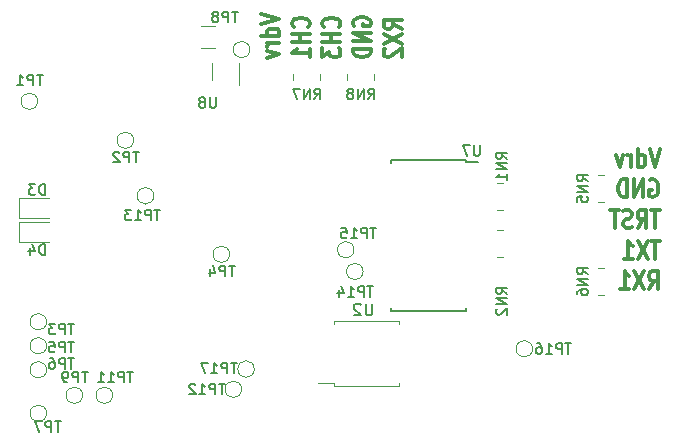
<source format=gbr>
%TF.GenerationSoftware,KiCad,Pcbnew,(5.1.5)-3*%
%TF.CreationDate,2020-04-26T22:01:22+08:00*%
%TF.ProjectId,vllink_highspeed.r1,766c6c69-6e6b-45f6-9869-676873706565,rev?*%
%TF.SameCoordinates,Original*%
%TF.FileFunction,Legend,Bot*%
%TF.FilePolarity,Positive*%
%FSLAX46Y46*%
G04 Gerber Fmt 4.6, Leading zero omitted, Abs format (unit mm)*
G04 Created by KiCad (PCBNEW (5.1.5)-3) date 2020-04-26 22:01:22*
%MOMM*%
%LPD*%
G04 APERTURE LIST*
%ADD10C,0.304800*%
%ADD11C,0.120000*%
%ADD12C,0.150000*%
%ADD13C,0.152400*%
G04 APERTURE END LIST*
D10*
X121999828Y-100325403D02*
X123523828Y-100748737D01*
X121999828Y-101172070D01*
X123523828Y-102139689D02*
X121999828Y-102139689D01*
X123451257Y-102139689D02*
X123523828Y-102018737D01*
X123523828Y-101776832D01*
X123451257Y-101655880D01*
X123378685Y-101595403D01*
X123233542Y-101534927D01*
X122798114Y-101534927D01*
X122652971Y-101595403D01*
X122580400Y-101655880D01*
X122507828Y-101776832D01*
X122507828Y-102018737D01*
X122580400Y-102139689D01*
X123523828Y-102744451D02*
X122507828Y-102744451D01*
X122798114Y-102744451D02*
X122652971Y-102804927D01*
X122580400Y-102865403D01*
X122507828Y-102986356D01*
X122507828Y-103107308D01*
X122507828Y-103409689D02*
X123523828Y-103712070D01*
X122507828Y-104014451D01*
X125969485Y-101413975D02*
X126042057Y-101353499D01*
X126114628Y-101172070D01*
X126114628Y-101051118D01*
X126042057Y-100869689D01*
X125896914Y-100748737D01*
X125751771Y-100688260D01*
X125461485Y-100627784D01*
X125243771Y-100627784D01*
X124953485Y-100688260D01*
X124808342Y-100748737D01*
X124663200Y-100869689D01*
X124590628Y-101051118D01*
X124590628Y-101172070D01*
X124663200Y-101353499D01*
X124735771Y-101413975D01*
X126114628Y-101958260D02*
X124590628Y-101958260D01*
X125316342Y-101958260D02*
X125316342Y-102683975D01*
X126114628Y-102683975D02*
X124590628Y-102683975D01*
X126114628Y-103953975D02*
X126114628Y-103228260D01*
X126114628Y-103591118D02*
X124590628Y-103591118D01*
X124808342Y-103470165D01*
X124953485Y-103349213D01*
X125026057Y-103228260D01*
X128560285Y-101413975D02*
X128632857Y-101353499D01*
X128705428Y-101172070D01*
X128705428Y-101051118D01*
X128632857Y-100869689D01*
X128487714Y-100748737D01*
X128342571Y-100688260D01*
X128052285Y-100627784D01*
X127834571Y-100627784D01*
X127544285Y-100688260D01*
X127399142Y-100748737D01*
X127254000Y-100869689D01*
X127181428Y-101051118D01*
X127181428Y-101172070D01*
X127254000Y-101353499D01*
X127326571Y-101413975D01*
X128705428Y-101958260D02*
X127181428Y-101958260D01*
X127907142Y-101958260D02*
X127907142Y-102683975D01*
X128705428Y-102683975D02*
X127181428Y-102683975D01*
X127181428Y-103167784D02*
X127181428Y-103953975D01*
X127762000Y-103530641D01*
X127762000Y-103712070D01*
X127834571Y-103833022D01*
X127907142Y-103893499D01*
X128052285Y-103953975D01*
X128415142Y-103953975D01*
X128560285Y-103893499D01*
X128632857Y-103833022D01*
X128705428Y-103712070D01*
X128705428Y-103349213D01*
X128632857Y-103228260D01*
X128560285Y-103167784D01*
X129844800Y-101293022D02*
X129772228Y-101172070D01*
X129772228Y-100990641D01*
X129844800Y-100809213D01*
X129989942Y-100688260D01*
X130135085Y-100627784D01*
X130425371Y-100567308D01*
X130643085Y-100567308D01*
X130933371Y-100627784D01*
X131078514Y-100688260D01*
X131223657Y-100809213D01*
X131296228Y-100990641D01*
X131296228Y-101111594D01*
X131223657Y-101293022D01*
X131151085Y-101353499D01*
X130643085Y-101353499D01*
X130643085Y-101111594D01*
X131296228Y-101897784D02*
X129772228Y-101897784D01*
X131296228Y-102623499D01*
X129772228Y-102623499D01*
X131296228Y-103228260D02*
X129772228Y-103228260D01*
X129772228Y-103530641D01*
X129844800Y-103712070D01*
X129989942Y-103833022D01*
X130135085Y-103893499D01*
X130425371Y-103953975D01*
X130643085Y-103953975D01*
X130933371Y-103893499D01*
X131078514Y-103833022D01*
X131223657Y-103712070D01*
X131296228Y-103530641D01*
X131296228Y-103228260D01*
X133887028Y-101534927D02*
X133161314Y-101111594D01*
X133887028Y-100809213D02*
X132363028Y-100809213D01*
X132363028Y-101293022D01*
X132435600Y-101413975D01*
X132508171Y-101474451D01*
X132653314Y-101534927D01*
X132871028Y-101534927D01*
X133016171Y-101474451D01*
X133088742Y-101413975D01*
X133161314Y-101293022D01*
X133161314Y-100809213D01*
X132363028Y-101958260D02*
X133887028Y-102804927D01*
X132363028Y-102804927D02*
X133887028Y-101958260D01*
X132508171Y-103228260D02*
X132435600Y-103288737D01*
X132363028Y-103409689D01*
X132363028Y-103712070D01*
X132435600Y-103833022D01*
X132508171Y-103893499D01*
X132653314Y-103953975D01*
X132798457Y-103953975D01*
X133016171Y-103893499D01*
X133887028Y-103167784D01*
X133887028Y-103953975D01*
X155738727Y-111712828D02*
X155315394Y-113236828D01*
X154892060Y-111712828D01*
X153924441Y-113236828D02*
X153924441Y-111712828D01*
X153924441Y-113164257D02*
X154045394Y-113236828D01*
X154287299Y-113236828D01*
X154408251Y-113164257D01*
X154468727Y-113091685D01*
X154529203Y-112946542D01*
X154529203Y-112511114D01*
X154468727Y-112365971D01*
X154408251Y-112293400D01*
X154287299Y-112220828D01*
X154045394Y-112220828D01*
X153924441Y-112293400D01*
X153319680Y-113236828D02*
X153319680Y-112220828D01*
X153319680Y-112511114D02*
X153259203Y-112365971D01*
X153198727Y-112293400D01*
X153077775Y-112220828D01*
X152956822Y-112220828D01*
X152654441Y-112220828D02*
X152352060Y-113236828D01*
X152049680Y-112220828D01*
X154892060Y-114376200D02*
X155013013Y-114303628D01*
X155194441Y-114303628D01*
X155375870Y-114376200D01*
X155496822Y-114521342D01*
X155557299Y-114666485D01*
X155617775Y-114956771D01*
X155617775Y-115174485D01*
X155557299Y-115464771D01*
X155496822Y-115609914D01*
X155375870Y-115755057D01*
X155194441Y-115827628D01*
X155073489Y-115827628D01*
X154892060Y-115755057D01*
X154831584Y-115682485D01*
X154831584Y-115174485D01*
X155073489Y-115174485D01*
X154287299Y-115827628D02*
X154287299Y-114303628D01*
X153561584Y-115827628D01*
X153561584Y-114303628D01*
X152956822Y-115827628D02*
X152956822Y-114303628D01*
X152654441Y-114303628D01*
X152473013Y-114376200D01*
X152352060Y-114521342D01*
X152291584Y-114666485D01*
X152231108Y-114956771D01*
X152231108Y-115174485D01*
X152291584Y-115464771D01*
X152352060Y-115609914D01*
X152473013Y-115755057D01*
X152654441Y-115827628D01*
X152956822Y-115827628D01*
X155738727Y-116894428D02*
X155013013Y-116894428D01*
X155375870Y-118418428D02*
X155375870Y-116894428D01*
X153863965Y-118418428D02*
X154287299Y-117692714D01*
X154589680Y-118418428D02*
X154589680Y-116894428D01*
X154105870Y-116894428D01*
X153984918Y-116967000D01*
X153924441Y-117039571D01*
X153863965Y-117184714D01*
X153863965Y-117402428D01*
X153924441Y-117547571D01*
X153984918Y-117620142D01*
X154105870Y-117692714D01*
X154589680Y-117692714D01*
X153380156Y-118345857D02*
X153198727Y-118418428D01*
X152896346Y-118418428D01*
X152775394Y-118345857D01*
X152714918Y-118273285D01*
X152654441Y-118128142D01*
X152654441Y-117983000D01*
X152714918Y-117837857D01*
X152775394Y-117765285D01*
X152896346Y-117692714D01*
X153138251Y-117620142D01*
X153259203Y-117547571D01*
X153319680Y-117475000D01*
X153380156Y-117329857D01*
X153380156Y-117184714D01*
X153319680Y-117039571D01*
X153259203Y-116967000D01*
X153138251Y-116894428D01*
X152835870Y-116894428D01*
X152654441Y-116967000D01*
X152291584Y-116894428D02*
X151565870Y-116894428D01*
X151928727Y-118418428D02*
X151928727Y-116894428D01*
X155738727Y-119485228D02*
X155013013Y-119485228D01*
X155375870Y-121009228D02*
X155375870Y-119485228D01*
X154710632Y-119485228D02*
X153863965Y-121009228D01*
X153863965Y-119485228D02*
X154710632Y-121009228D01*
X152714918Y-121009228D02*
X153440632Y-121009228D01*
X153077775Y-121009228D02*
X153077775Y-119485228D01*
X153198727Y-119702942D01*
X153319680Y-119848085D01*
X153440632Y-119920657D01*
X154831584Y-123600028D02*
X155254918Y-122874314D01*
X155557299Y-123600028D02*
X155557299Y-122076028D01*
X155073489Y-122076028D01*
X154952537Y-122148600D01*
X154892060Y-122221171D01*
X154831584Y-122366314D01*
X154831584Y-122584028D01*
X154892060Y-122729171D01*
X154952537Y-122801742D01*
X155073489Y-122874314D01*
X155557299Y-122874314D01*
X154408251Y-122076028D02*
X153561584Y-123600028D01*
X153561584Y-122076028D02*
X154408251Y-123600028D01*
X152412537Y-123600028D02*
X153138251Y-123600028D01*
X152775394Y-123600028D02*
X152775394Y-122076028D01*
X152896346Y-122293742D01*
X153017299Y-122438885D01*
X153138251Y-122511457D01*
D11*
X130937000Y-126309900D02*
X133684500Y-126309900D01*
X133684500Y-126309900D02*
X133684500Y-126592400D01*
X130937000Y-126309900D02*
X128189500Y-126309900D01*
X128189500Y-126309900D02*
X128189500Y-126592400D01*
X130937000Y-131804900D02*
X133684500Y-131804900D01*
X133684500Y-131804900D02*
X133684500Y-131522400D01*
X130937000Y-131804900D02*
X128189500Y-131804900D01*
X128189500Y-131804900D02*
X128189500Y-131522400D01*
X128189500Y-131522400D02*
X126837000Y-131522400D01*
X121413500Y-130365500D02*
G75*
G03X121413500Y-130365500I-700000J0D01*
G01*
X144972000Y-128651000D02*
G75*
G03X144972000Y-128651000I-700000J0D01*
G01*
X129859000Y-120269000D02*
G75*
G03X129859000Y-120269000I-700000J0D01*
G01*
X112904500Y-115697000D02*
G75*
G03X112904500Y-115697000I-700000J0D01*
G01*
X120334000Y-132080000D02*
G75*
G03X120334000Y-132080000I-700000J0D01*
G01*
X109412000Y-132588000D02*
G75*
G03X109412000Y-132588000I-700000J0D01*
G01*
X106872000Y-132588000D02*
G75*
G03X106872000Y-132588000I-700000J0D01*
G01*
X121032500Y-103314500D02*
G75*
G03X121032500Y-103314500I-700000J0D01*
G01*
X103824000Y-134112000D02*
G75*
G03X103824000Y-134112000I-700000J0D01*
G01*
X103824000Y-130429000D02*
G75*
G03X103824000Y-130429000I-700000J0D01*
G01*
X103824000Y-128397000D02*
G75*
G03X103824000Y-128397000I-700000J0D01*
G01*
X119318000Y-120650000D02*
G75*
G03X119318000Y-120650000I-700000J0D01*
G01*
X103824000Y-126365000D02*
G75*
G03X103824000Y-126365000I-700000J0D01*
G01*
X111190000Y-110998000D02*
G75*
G03X111190000Y-110998000I-700000J0D01*
G01*
X103062000Y-107696000D02*
G75*
G03X103062000Y-107696000I-700000J0D01*
G01*
X117839000Y-105856000D02*
X117839000Y-104456000D01*
X120159000Y-104456000D02*
X120159000Y-106356000D01*
X118077064Y-103145000D02*
X116872936Y-103145000D01*
X118077064Y-101325000D02*
X116872936Y-101325000D01*
X129289000Y-105414000D02*
X129289000Y-105914000D01*
X131569000Y-105414000D02*
X131569000Y-105914000D01*
X130621000Y-122110500D02*
G75*
G03X130621000Y-122110500I-700000J0D01*
G01*
X101497000Y-119595000D02*
X104047000Y-119595000D01*
X101497000Y-117895000D02*
X104047000Y-117895000D01*
X101497000Y-119595000D02*
X101497000Y-117895000D01*
X101497000Y-117563000D02*
X104047000Y-117563000D01*
X101497000Y-115863000D02*
X104047000Y-115863000D01*
X101497000Y-117563000D02*
X101497000Y-115863000D01*
D12*
X139319000Y-112850000D02*
X140394000Y-112850000D01*
X139319000Y-125425000D02*
X132969000Y-125425000D01*
X139319000Y-112675000D02*
X132969000Y-112675000D01*
X139319000Y-125425000D02*
X139319000Y-125167500D01*
X132969000Y-125425000D02*
X132969000Y-125167500D01*
X132969000Y-112675000D02*
X132969000Y-112932500D01*
X139319000Y-112675000D02*
X139319000Y-112850000D01*
D11*
X124717000Y-105414000D02*
X124717000Y-105914000D01*
X126997000Y-105414000D02*
X126997000Y-105914000D01*
X151050000Y-121796000D02*
X150550000Y-121796000D01*
X151050000Y-124076000D02*
X150550000Y-124076000D01*
X151050000Y-113922000D02*
X150550000Y-113922000D01*
X151050000Y-116202000D02*
X150550000Y-116202000D01*
X142500000Y-120890000D02*
X142000000Y-120890000D01*
X142500000Y-118610000D02*
X142000000Y-118610000D01*
X142500000Y-116890000D02*
X142000000Y-116890000D01*
X142500000Y-114610000D02*
X142000000Y-114610000D01*
D12*
X131419504Y-124826780D02*
X131419504Y-125636304D01*
X131371885Y-125731542D01*
X131324266Y-125779161D01*
X131229028Y-125826780D01*
X131038552Y-125826780D01*
X130943314Y-125779161D01*
X130895695Y-125731542D01*
X130848076Y-125636304D01*
X130848076Y-124826780D01*
X130419504Y-124922019D02*
X130371885Y-124874400D01*
X130276647Y-124826780D01*
X130038552Y-124826780D01*
X129943314Y-124874400D01*
X129895695Y-124922019D01*
X129848076Y-125017257D01*
X129848076Y-125112495D01*
X129895695Y-125255352D01*
X130467123Y-125826780D01*
X129848076Y-125826780D01*
D13*
X119909166Y-129815166D02*
X119401166Y-129815166D01*
X119655166Y-130704166D02*
X119655166Y-129815166D01*
X119104833Y-130704166D02*
X119104833Y-129815166D01*
X118766166Y-129815166D01*
X118681500Y-129857500D01*
X118639166Y-129899833D01*
X118596833Y-129984500D01*
X118596833Y-130111500D01*
X118639166Y-130196166D01*
X118681500Y-130238500D01*
X118766166Y-130280833D01*
X119104833Y-130280833D01*
X117750166Y-130704166D02*
X118258166Y-130704166D01*
X118004166Y-130704166D02*
X118004166Y-129815166D01*
X118088833Y-129942166D01*
X118173500Y-130026833D01*
X118258166Y-130069166D01*
X117453833Y-129815166D02*
X116861166Y-129815166D01*
X117242166Y-130704166D01*
X148230166Y-128164166D02*
X147722166Y-128164166D01*
X147976166Y-129053166D02*
X147976166Y-128164166D01*
X147425833Y-129053166D02*
X147425833Y-128164166D01*
X147087166Y-128164166D01*
X147002500Y-128206500D01*
X146960166Y-128248833D01*
X146917833Y-128333500D01*
X146917833Y-128460500D01*
X146960166Y-128545166D01*
X147002500Y-128587500D01*
X147087166Y-128629833D01*
X147425833Y-128629833D01*
X146071166Y-129053166D02*
X146579166Y-129053166D01*
X146325166Y-129053166D02*
X146325166Y-128164166D01*
X146409833Y-128291166D01*
X146494500Y-128375833D01*
X146579166Y-128418166D01*
X145309166Y-128164166D02*
X145478500Y-128164166D01*
X145563166Y-128206500D01*
X145605500Y-128248833D01*
X145690166Y-128375833D01*
X145732500Y-128545166D01*
X145732500Y-128883833D01*
X145690166Y-128968500D01*
X145647833Y-129010833D01*
X145563166Y-129053166D01*
X145393833Y-129053166D01*
X145309166Y-129010833D01*
X145266833Y-128968500D01*
X145224500Y-128883833D01*
X145224500Y-128672166D01*
X145266833Y-128587500D01*
X145309166Y-128545166D01*
X145393833Y-128502833D01*
X145563166Y-128502833D01*
X145647833Y-128545166D01*
X145690166Y-128587500D01*
X145732500Y-128672166D01*
X131720166Y-118385166D02*
X131212166Y-118385166D01*
X131466166Y-119274166D02*
X131466166Y-118385166D01*
X130915833Y-119274166D02*
X130915833Y-118385166D01*
X130577166Y-118385166D01*
X130492500Y-118427500D01*
X130450166Y-118469833D01*
X130407833Y-118554500D01*
X130407833Y-118681500D01*
X130450166Y-118766166D01*
X130492500Y-118808500D01*
X130577166Y-118850833D01*
X130915833Y-118850833D01*
X129561166Y-119274166D02*
X130069166Y-119274166D01*
X129815166Y-119274166D02*
X129815166Y-118385166D01*
X129899833Y-118512166D01*
X129984500Y-118596833D01*
X130069166Y-118639166D01*
X128756833Y-118385166D02*
X129180166Y-118385166D01*
X129222500Y-118808500D01*
X129180166Y-118766166D01*
X129095500Y-118723833D01*
X128883833Y-118723833D01*
X128799166Y-118766166D01*
X128756833Y-118808500D01*
X128714500Y-118893166D01*
X128714500Y-119104833D01*
X128756833Y-119189500D01*
X128799166Y-119231833D01*
X128883833Y-119274166D01*
X129095500Y-119274166D01*
X129180166Y-119231833D01*
X129222500Y-119189500D01*
X113432166Y-116861166D02*
X112924166Y-116861166D01*
X113178166Y-117750166D02*
X113178166Y-116861166D01*
X112627833Y-117750166D02*
X112627833Y-116861166D01*
X112289166Y-116861166D01*
X112204500Y-116903500D01*
X112162166Y-116945833D01*
X112119833Y-117030500D01*
X112119833Y-117157500D01*
X112162166Y-117242166D01*
X112204500Y-117284500D01*
X112289166Y-117326833D01*
X112627833Y-117326833D01*
X111273166Y-117750166D02*
X111781166Y-117750166D01*
X111527166Y-117750166D02*
X111527166Y-116861166D01*
X111611833Y-116988166D01*
X111696500Y-117072833D01*
X111781166Y-117115166D01*
X110976833Y-116861166D02*
X110426500Y-116861166D01*
X110722833Y-117199833D01*
X110595833Y-117199833D01*
X110511166Y-117242166D01*
X110468833Y-117284500D01*
X110426500Y-117369166D01*
X110426500Y-117580833D01*
X110468833Y-117665500D01*
X110511166Y-117707833D01*
X110595833Y-117750166D01*
X110849833Y-117750166D01*
X110934500Y-117707833D01*
X110976833Y-117665500D01*
X118893166Y-131593166D02*
X118385166Y-131593166D01*
X118639166Y-132482166D02*
X118639166Y-131593166D01*
X118088833Y-132482166D02*
X118088833Y-131593166D01*
X117750166Y-131593166D01*
X117665500Y-131635500D01*
X117623166Y-131677833D01*
X117580833Y-131762500D01*
X117580833Y-131889500D01*
X117623166Y-131974166D01*
X117665500Y-132016500D01*
X117750166Y-132058833D01*
X118088833Y-132058833D01*
X116734166Y-132482166D02*
X117242166Y-132482166D01*
X116988166Y-132482166D02*
X116988166Y-131593166D01*
X117072833Y-131720166D01*
X117157500Y-131804833D01*
X117242166Y-131847166D01*
X116395500Y-131677833D02*
X116353166Y-131635500D01*
X116268500Y-131593166D01*
X116056833Y-131593166D01*
X115972166Y-131635500D01*
X115929833Y-131677833D01*
X115887500Y-131762500D01*
X115887500Y-131847166D01*
X115929833Y-131974166D01*
X116437833Y-132482166D01*
X115887500Y-132482166D01*
X111146166Y-130577166D02*
X110638166Y-130577166D01*
X110892166Y-131466166D02*
X110892166Y-130577166D01*
X110341833Y-131466166D02*
X110341833Y-130577166D01*
X110003166Y-130577166D01*
X109918500Y-130619500D01*
X109876166Y-130661833D01*
X109833833Y-130746500D01*
X109833833Y-130873500D01*
X109876166Y-130958166D01*
X109918500Y-131000500D01*
X110003166Y-131042833D01*
X110341833Y-131042833D01*
X108987166Y-131466166D02*
X109495166Y-131466166D01*
X109241166Y-131466166D02*
X109241166Y-130577166D01*
X109325833Y-130704166D01*
X109410500Y-130788833D01*
X109495166Y-130831166D01*
X108140500Y-131466166D02*
X108648500Y-131466166D01*
X108394500Y-131466166D02*
X108394500Y-130577166D01*
X108479166Y-130704166D01*
X108563833Y-130788833D01*
X108648500Y-130831166D01*
X107293833Y-130577166D02*
X106785833Y-130577166D01*
X107039833Y-131466166D02*
X107039833Y-130577166D01*
X106489500Y-131466166D02*
X106489500Y-130577166D01*
X106150833Y-130577166D01*
X106066166Y-130619500D01*
X106023833Y-130661833D01*
X105981500Y-130746500D01*
X105981500Y-130873500D01*
X106023833Y-130958166D01*
X106066166Y-131000500D01*
X106150833Y-131042833D01*
X106489500Y-131042833D01*
X105558166Y-131466166D02*
X105388833Y-131466166D01*
X105304166Y-131423833D01*
X105261833Y-131381500D01*
X105177166Y-131254500D01*
X105134833Y-131085166D01*
X105134833Y-130746500D01*
X105177166Y-130661833D01*
X105219500Y-130619500D01*
X105304166Y-130577166D01*
X105473500Y-130577166D01*
X105558166Y-130619500D01*
X105600500Y-130661833D01*
X105642833Y-130746500D01*
X105642833Y-130958166D01*
X105600500Y-131042833D01*
X105558166Y-131085166D01*
X105473500Y-131127500D01*
X105304166Y-131127500D01*
X105219500Y-131085166D01*
X105177166Y-131042833D01*
X105134833Y-130958166D01*
X119993833Y-100097166D02*
X119485833Y-100097166D01*
X119739833Y-100986166D02*
X119739833Y-100097166D01*
X119189500Y-100986166D02*
X119189500Y-100097166D01*
X118850833Y-100097166D01*
X118766166Y-100139500D01*
X118723833Y-100181833D01*
X118681500Y-100266500D01*
X118681500Y-100393500D01*
X118723833Y-100478166D01*
X118766166Y-100520500D01*
X118850833Y-100562833D01*
X119189500Y-100562833D01*
X118173500Y-100478166D02*
X118258166Y-100435833D01*
X118300500Y-100393500D01*
X118342833Y-100308833D01*
X118342833Y-100266500D01*
X118300500Y-100181833D01*
X118258166Y-100139500D01*
X118173500Y-100097166D01*
X118004166Y-100097166D01*
X117919500Y-100139500D01*
X117877166Y-100181833D01*
X117834833Y-100266500D01*
X117834833Y-100308833D01*
X117877166Y-100393500D01*
X117919500Y-100435833D01*
X118004166Y-100478166D01*
X118173500Y-100478166D01*
X118258166Y-100520500D01*
X118300500Y-100562833D01*
X118342833Y-100647500D01*
X118342833Y-100816833D01*
X118300500Y-100901500D01*
X118258166Y-100943833D01*
X118173500Y-100986166D01*
X118004166Y-100986166D01*
X117919500Y-100943833D01*
X117877166Y-100901500D01*
X117834833Y-100816833D01*
X117834833Y-100647500D01*
X117877166Y-100562833D01*
X117919500Y-100520500D01*
X118004166Y-100478166D01*
X105033233Y-134768166D02*
X104525233Y-134768166D01*
X104779233Y-135657166D02*
X104779233Y-134768166D01*
X104228900Y-135657166D02*
X104228900Y-134768166D01*
X103890233Y-134768166D01*
X103805566Y-134810500D01*
X103763233Y-134852833D01*
X103720900Y-134937500D01*
X103720900Y-135064500D01*
X103763233Y-135149166D01*
X103805566Y-135191500D01*
X103890233Y-135233833D01*
X104228900Y-135233833D01*
X103424566Y-134768166D02*
X102831900Y-134768166D01*
X103212900Y-135657166D01*
X106150833Y-129434166D02*
X105642833Y-129434166D01*
X105896833Y-130323166D02*
X105896833Y-129434166D01*
X105346500Y-130323166D02*
X105346500Y-129434166D01*
X105007833Y-129434166D01*
X104923166Y-129476500D01*
X104880833Y-129518833D01*
X104838500Y-129603500D01*
X104838500Y-129730500D01*
X104880833Y-129815166D01*
X104923166Y-129857500D01*
X105007833Y-129899833D01*
X105346500Y-129899833D01*
X104076500Y-129434166D02*
X104245833Y-129434166D01*
X104330500Y-129476500D01*
X104372833Y-129518833D01*
X104457500Y-129645833D01*
X104499833Y-129815166D01*
X104499833Y-130153833D01*
X104457500Y-130238500D01*
X104415166Y-130280833D01*
X104330500Y-130323166D01*
X104161166Y-130323166D01*
X104076500Y-130280833D01*
X104034166Y-130238500D01*
X103991833Y-130153833D01*
X103991833Y-129942166D01*
X104034166Y-129857500D01*
X104076500Y-129815166D01*
X104161166Y-129772833D01*
X104330500Y-129772833D01*
X104415166Y-129815166D01*
X104457500Y-129857500D01*
X104499833Y-129942166D01*
X106150833Y-128037166D02*
X105642833Y-128037166D01*
X105896833Y-128926166D02*
X105896833Y-128037166D01*
X105346500Y-128926166D02*
X105346500Y-128037166D01*
X105007833Y-128037166D01*
X104923166Y-128079500D01*
X104880833Y-128121833D01*
X104838500Y-128206500D01*
X104838500Y-128333500D01*
X104880833Y-128418166D01*
X104923166Y-128460500D01*
X105007833Y-128502833D01*
X105346500Y-128502833D01*
X104034166Y-128037166D02*
X104457500Y-128037166D01*
X104499833Y-128460500D01*
X104457500Y-128418166D01*
X104372833Y-128375833D01*
X104161166Y-128375833D01*
X104076500Y-128418166D01*
X104034166Y-128460500D01*
X103991833Y-128545166D01*
X103991833Y-128756833D01*
X104034166Y-128841500D01*
X104076500Y-128883833D01*
X104161166Y-128926166D01*
X104372833Y-128926166D01*
X104457500Y-128883833D01*
X104499833Y-128841500D01*
X119739833Y-121611166D02*
X119231833Y-121611166D01*
X119485833Y-122500166D02*
X119485833Y-121611166D01*
X118935500Y-122500166D02*
X118935500Y-121611166D01*
X118596833Y-121611166D01*
X118512166Y-121653500D01*
X118469833Y-121695833D01*
X118427500Y-121780500D01*
X118427500Y-121907500D01*
X118469833Y-121992166D01*
X118512166Y-122034500D01*
X118596833Y-122076833D01*
X118935500Y-122076833D01*
X117665500Y-121907500D02*
X117665500Y-122500166D01*
X117877166Y-121568833D02*
X118088833Y-122203833D01*
X117538500Y-122203833D01*
X106150833Y-126513166D02*
X105642833Y-126513166D01*
X105896833Y-127402166D02*
X105896833Y-126513166D01*
X105346500Y-127402166D02*
X105346500Y-126513166D01*
X105007833Y-126513166D01*
X104923166Y-126555500D01*
X104880833Y-126597833D01*
X104838500Y-126682500D01*
X104838500Y-126809500D01*
X104880833Y-126894166D01*
X104923166Y-126936500D01*
X105007833Y-126978833D01*
X105346500Y-126978833D01*
X104542166Y-126513166D02*
X103991833Y-126513166D01*
X104288166Y-126851833D01*
X104161166Y-126851833D01*
X104076500Y-126894166D01*
X104034166Y-126936500D01*
X103991833Y-127021166D01*
X103991833Y-127232833D01*
X104034166Y-127317500D01*
X104076500Y-127359833D01*
X104161166Y-127402166D01*
X104415166Y-127402166D01*
X104499833Y-127359833D01*
X104542166Y-127317500D01*
X111611833Y-111959166D02*
X111103833Y-111959166D01*
X111357833Y-112848166D02*
X111357833Y-111959166D01*
X110807500Y-112848166D02*
X110807500Y-111959166D01*
X110468833Y-111959166D01*
X110384166Y-112001500D01*
X110341833Y-112043833D01*
X110299500Y-112128500D01*
X110299500Y-112255500D01*
X110341833Y-112340166D01*
X110384166Y-112382500D01*
X110468833Y-112424833D01*
X110807500Y-112424833D01*
X109960833Y-112043833D02*
X109918500Y-112001500D01*
X109833833Y-111959166D01*
X109622166Y-111959166D01*
X109537500Y-112001500D01*
X109495166Y-112043833D01*
X109452833Y-112128500D01*
X109452833Y-112213166D01*
X109495166Y-112340166D01*
X110003166Y-112848166D01*
X109452833Y-112848166D01*
X103483833Y-105431166D02*
X102975833Y-105431166D01*
X103229833Y-106320166D02*
X103229833Y-105431166D01*
X102679500Y-106320166D02*
X102679500Y-105431166D01*
X102340833Y-105431166D01*
X102256166Y-105473500D01*
X102213833Y-105515833D01*
X102171500Y-105600500D01*
X102171500Y-105727500D01*
X102213833Y-105812166D01*
X102256166Y-105854500D01*
X102340833Y-105896833D01*
X102679500Y-105896833D01*
X101324833Y-106320166D02*
X101832833Y-106320166D01*
X101578833Y-106320166D02*
X101578833Y-105431166D01*
X101663500Y-105558166D01*
X101748166Y-105642833D01*
X101832833Y-105685166D01*
X118152333Y-107336166D02*
X118152333Y-108055833D01*
X118110000Y-108140500D01*
X118067666Y-108182833D01*
X117983000Y-108225166D01*
X117813666Y-108225166D01*
X117729000Y-108182833D01*
X117686666Y-108140500D01*
X117644333Y-108055833D01*
X117644333Y-107336166D01*
X117094000Y-107717166D02*
X117178666Y-107674833D01*
X117221000Y-107632500D01*
X117263333Y-107547833D01*
X117263333Y-107505500D01*
X117221000Y-107420833D01*
X117178666Y-107378500D01*
X117094000Y-107336166D01*
X116924666Y-107336166D01*
X116840000Y-107378500D01*
X116797666Y-107420833D01*
X116755333Y-107505500D01*
X116755333Y-107547833D01*
X116797666Y-107632500D01*
X116840000Y-107674833D01*
X116924666Y-107717166D01*
X117094000Y-107717166D01*
X117178666Y-107759500D01*
X117221000Y-107801833D01*
X117263333Y-107886500D01*
X117263333Y-108055833D01*
X117221000Y-108140500D01*
X117178666Y-108182833D01*
X117094000Y-108225166D01*
X116924666Y-108225166D01*
X116840000Y-108182833D01*
X116797666Y-108140500D01*
X116755333Y-108055833D01*
X116755333Y-107886500D01*
X116797666Y-107801833D01*
X116840000Y-107759500D01*
X116924666Y-107717166D01*
X131042833Y-107526666D02*
X131339166Y-107103333D01*
X131550833Y-107526666D02*
X131550833Y-106637666D01*
X131212166Y-106637666D01*
X131127500Y-106680000D01*
X131085166Y-106722333D01*
X131042833Y-106807000D01*
X131042833Y-106934000D01*
X131085166Y-107018666D01*
X131127500Y-107061000D01*
X131212166Y-107103333D01*
X131550833Y-107103333D01*
X130661833Y-107526666D02*
X130661833Y-106637666D01*
X130153833Y-107526666D01*
X130153833Y-106637666D01*
X129603500Y-107018666D02*
X129688166Y-106976333D01*
X129730500Y-106934000D01*
X129772833Y-106849333D01*
X129772833Y-106807000D01*
X129730500Y-106722333D01*
X129688166Y-106680000D01*
X129603500Y-106637666D01*
X129434166Y-106637666D01*
X129349500Y-106680000D01*
X129307166Y-106722333D01*
X129264833Y-106807000D01*
X129264833Y-106849333D01*
X129307166Y-106934000D01*
X129349500Y-106976333D01*
X129434166Y-107018666D01*
X129603500Y-107018666D01*
X129688166Y-107061000D01*
X129730500Y-107103333D01*
X129772833Y-107188000D01*
X129772833Y-107357333D01*
X129730500Y-107442000D01*
X129688166Y-107484333D01*
X129603500Y-107526666D01*
X129434166Y-107526666D01*
X129349500Y-107484333D01*
X129307166Y-107442000D01*
X129264833Y-107357333D01*
X129264833Y-107188000D01*
X129307166Y-107103333D01*
X129349500Y-107061000D01*
X129434166Y-107018666D01*
X131466166Y-123338166D02*
X130958166Y-123338166D01*
X131212166Y-124227166D02*
X131212166Y-123338166D01*
X130661833Y-124227166D02*
X130661833Y-123338166D01*
X130323166Y-123338166D01*
X130238500Y-123380500D01*
X130196166Y-123422833D01*
X130153833Y-123507500D01*
X130153833Y-123634500D01*
X130196166Y-123719166D01*
X130238500Y-123761500D01*
X130323166Y-123803833D01*
X130661833Y-123803833D01*
X129307166Y-124227166D02*
X129815166Y-124227166D01*
X129561166Y-124227166D02*
X129561166Y-123338166D01*
X129645833Y-123465166D01*
X129730500Y-123549833D01*
X129815166Y-123592166D01*
X128545166Y-123634500D02*
X128545166Y-124227166D01*
X128756833Y-123295833D02*
X128968500Y-123930833D01*
X128418166Y-123930833D01*
X103653166Y-120671166D02*
X103653166Y-119782166D01*
X103441500Y-119782166D01*
X103314500Y-119824500D01*
X103229833Y-119909166D01*
X103187500Y-119993833D01*
X103145166Y-120163166D01*
X103145166Y-120290166D01*
X103187500Y-120459500D01*
X103229833Y-120544166D01*
X103314500Y-120628833D01*
X103441500Y-120671166D01*
X103653166Y-120671166D01*
X102383166Y-120078500D02*
X102383166Y-120671166D01*
X102594833Y-119739833D02*
X102806500Y-120374833D01*
X102256166Y-120374833D01*
X103653166Y-115591166D02*
X103653166Y-114702166D01*
X103441500Y-114702166D01*
X103314500Y-114744500D01*
X103229833Y-114829166D01*
X103187500Y-114913833D01*
X103145166Y-115083166D01*
X103145166Y-115210166D01*
X103187500Y-115379500D01*
X103229833Y-115464166D01*
X103314500Y-115548833D01*
X103441500Y-115591166D01*
X103653166Y-115591166D01*
X102848833Y-114702166D02*
X102298500Y-114702166D01*
X102594833Y-115040833D01*
X102467833Y-115040833D01*
X102383166Y-115083166D01*
X102340833Y-115125500D01*
X102298500Y-115210166D01*
X102298500Y-115421833D01*
X102340833Y-115506500D01*
X102383166Y-115548833D01*
X102467833Y-115591166D01*
X102721833Y-115591166D01*
X102806500Y-115548833D01*
X102848833Y-115506500D01*
X140504333Y-111400166D02*
X140504333Y-112119833D01*
X140462000Y-112204500D01*
X140419666Y-112246833D01*
X140335000Y-112289166D01*
X140165666Y-112289166D01*
X140081000Y-112246833D01*
X140038666Y-112204500D01*
X139996333Y-112119833D01*
X139996333Y-111400166D01*
X139657666Y-111400166D02*
X139065000Y-111400166D01*
X139446000Y-112289166D01*
X126470833Y-107526666D02*
X126767166Y-107103333D01*
X126978833Y-107526666D02*
X126978833Y-106637666D01*
X126640166Y-106637666D01*
X126555500Y-106680000D01*
X126513166Y-106722333D01*
X126470833Y-106807000D01*
X126470833Y-106934000D01*
X126513166Y-107018666D01*
X126555500Y-107061000D01*
X126640166Y-107103333D01*
X126978833Y-107103333D01*
X126089833Y-107526666D02*
X126089833Y-106637666D01*
X125581833Y-107526666D01*
X125581833Y-106637666D01*
X125243166Y-106637666D02*
X124650500Y-106637666D01*
X125031500Y-107526666D01*
X149627166Y-122322166D02*
X149203833Y-122025833D01*
X149627166Y-121814166D02*
X148738166Y-121814166D01*
X148738166Y-122152833D01*
X148780500Y-122237500D01*
X148822833Y-122279833D01*
X148907500Y-122322166D01*
X149034500Y-122322166D01*
X149119166Y-122279833D01*
X149161500Y-122237500D01*
X149203833Y-122152833D01*
X149203833Y-121814166D01*
X149627166Y-122703166D02*
X148738166Y-122703166D01*
X149627166Y-123211166D01*
X148738166Y-123211166D01*
X148738166Y-124015500D02*
X148738166Y-123846166D01*
X148780500Y-123761500D01*
X148822833Y-123719166D01*
X148949833Y-123634500D01*
X149119166Y-123592166D01*
X149457833Y-123592166D01*
X149542500Y-123634500D01*
X149584833Y-123676833D01*
X149627166Y-123761500D01*
X149627166Y-123930833D01*
X149584833Y-124015500D01*
X149542500Y-124057833D01*
X149457833Y-124100166D01*
X149246166Y-124100166D01*
X149161500Y-124057833D01*
X149119166Y-124015500D01*
X149076833Y-123930833D01*
X149076833Y-123761500D01*
X149119166Y-123676833D01*
X149161500Y-123634500D01*
X149246166Y-123592166D01*
X149627166Y-114448166D02*
X149203833Y-114151833D01*
X149627166Y-113940166D02*
X148738166Y-113940166D01*
X148738166Y-114278833D01*
X148780500Y-114363500D01*
X148822833Y-114405833D01*
X148907500Y-114448166D01*
X149034500Y-114448166D01*
X149119166Y-114405833D01*
X149161500Y-114363500D01*
X149203833Y-114278833D01*
X149203833Y-113940166D01*
X149627166Y-114829166D02*
X148738166Y-114829166D01*
X149627166Y-115337166D01*
X148738166Y-115337166D01*
X148738166Y-116183833D02*
X148738166Y-115760500D01*
X149161500Y-115718166D01*
X149119166Y-115760500D01*
X149076833Y-115845166D01*
X149076833Y-116056833D01*
X149119166Y-116141500D01*
X149161500Y-116183833D01*
X149246166Y-116226166D01*
X149457833Y-116226166D01*
X149542500Y-116183833D01*
X149584833Y-116141500D01*
X149627166Y-116056833D01*
X149627166Y-115845166D01*
X149584833Y-115760500D01*
X149542500Y-115718166D01*
X142769166Y-123973166D02*
X142345833Y-123676833D01*
X142769166Y-123465166D02*
X141880166Y-123465166D01*
X141880166Y-123803833D01*
X141922500Y-123888500D01*
X141964833Y-123930833D01*
X142049500Y-123973166D01*
X142176500Y-123973166D01*
X142261166Y-123930833D01*
X142303500Y-123888500D01*
X142345833Y-123803833D01*
X142345833Y-123465166D01*
X142769166Y-124354166D02*
X141880166Y-124354166D01*
X142769166Y-124862166D01*
X141880166Y-124862166D01*
X141964833Y-125243166D02*
X141922500Y-125285500D01*
X141880166Y-125370166D01*
X141880166Y-125581833D01*
X141922500Y-125666500D01*
X141964833Y-125708833D01*
X142049500Y-125751166D01*
X142134166Y-125751166D01*
X142261166Y-125708833D01*
X142769166Y-125200833D01*
X142769166Y-125751166D01*
X142769166Y-112543166D02*
X142345833Y-112246833D01*
X142769166Y-112035166D02*
X141880166Y-112035166D01*
X141880166Y-112373833D01*
X141922500Y-112458500D01*
X141964833Y-112500833D01*
X142049500Y-112543166D01*
X142176500Y-112543166D01*
X142261166Y-112500833D01*
X142303500Y-112458500D01*
X142345833Y-112373833D01*
X142345833Y-112035166D01*
X142769166Y-112924166D02*
X141880166Y-112924166D01*
X142769166Y-113432166D01*
X141880166Y-113432166D01*
X142769166Y-114321166D02*
X142769166Y-113813166D01*
X142769166Y-114067166D02*
X141880166Y-114067166D01*
X142007166Y-113982500D01*
X142091833Y-113897833D01*
X142134166Y-113813166D01*
M02*

</source>
